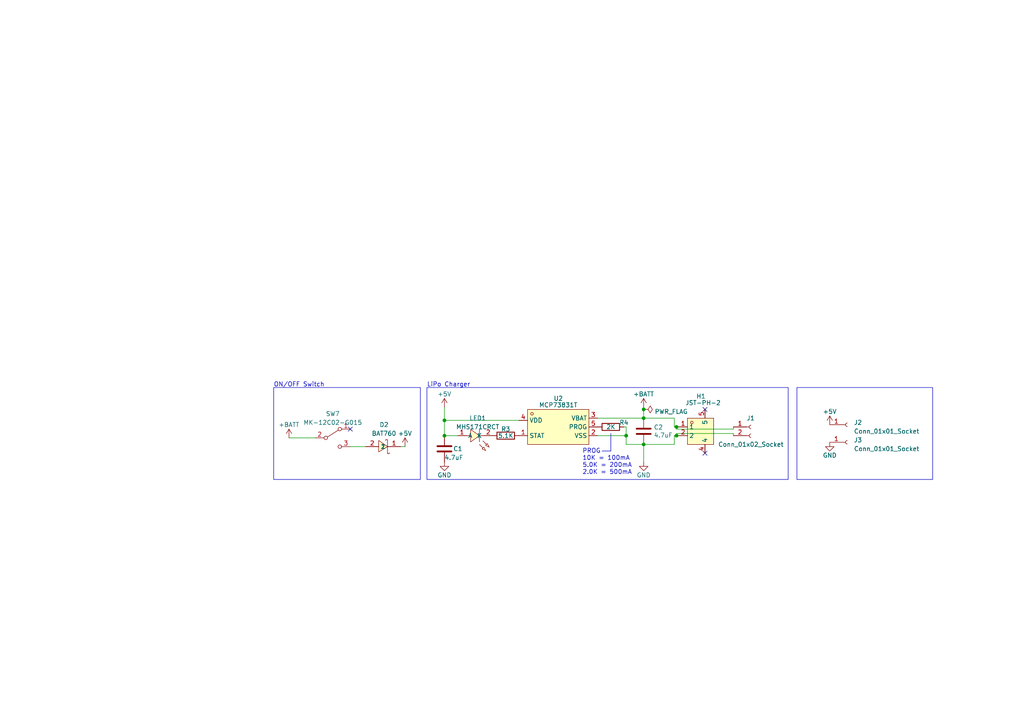
<source format=kicad_sch>
(kicad_sch (version 20250114) (generator "eeschema") (generator_version "9.0")
  (paper "A4")
  (title_block (title "BloodHound_VENOM (LiPo Edition)") (date "2025-11-20") (rev "1") (company "Rudra Sharma") (comment 1 "Designed with <3 by Rudii"))
  (lib_symbols
    (symbol "Connector:Conn_01x01_Socket" (pin_names (offset 1.016) (hide yes))
      (property "Reference" "J" (at 0 2.54 0))
      (property "Value" "Conn_01x01_Socket" (at 0 -2.54 0))
      (symbol "Conn_01x01_Socket_1_1"
        (polyline (pts (xy -1.27 0) (xy -0.508 0)) (stroke (width 0.1524)))
        (arc (start 0 -0.508) (mid -0.5058 0) (end 0 0.508) (stroke (width 0.1524)))
        (pin passive line (at -5.08 0 0) (length 3.81) (name "Pin_1") (number "1"))
      )
    )
    (symbol "Connector:Conn_01x02_Socket" (pin_names (offset 1.016) (hide yes))
      (property "Reference" "J" (at 0 2.54 0))
      (property "Value" "Conn_01x02_Socket" (at 0 -5.08 0))
      (symbol "Conn_01x02_Socket_1_1"
        (polyline (pts (xy -1.27 0) (xy -0.508 0)) (stroke (width 0.1524)))
        (polyline (pts (xy -1.27 -2.54) (xy -0.508 -2.54)) (stroke (width 0.1524)))
        (arc (start 0 -0.508) (mid -0.5058 0) (end 0 0.508) (stroke (width 0.1524)))
        (arc (start 0 -3.048) (mid -0.5058 -2.54) (end 0 -2.032) (stroke (width 0.1524)))
        (pin passive line (at -5.08 0 0) (length 3.81) (name "Pin_1") (number "1"))
        (pin passive line (at -5.08 -2.54 0) (length 3.81) (name "Pin_2") (number "2"))
      )
    )
    (symbol "Device:C" (pin_numbers (hide yes)) (pin_names (offset 0.254))
      (property "Reference" "C" (at 0.635 2.54 0))
      (property "Value" "C" (at 0.635 -2.54 0))
      (symbol "C_0_1"
        (polyline (pts (xy -2.032 0.762) (xy 2.032 0.762)) (stroke (width 0.508)))
        (polyline (pts (xy -2.032 -0.762) (xy 2.032 -0.762)) (stroke (width 0.508)))
      )
      (symbol "C_1_1"
        (pin passive line (at 0 3.81 270) (length 2.794) (name "~") (number "1"))
        (pin passive line (at 0 -3.81 90) (length 2.794) (name "~") (number "2"))
      )
    )
    (symbol "Device:R" (pin_numbers (hide yes)) (pin_names (offset 0))
      (property "Reference" "R" (at 2.032 0 90))
      (property "Value" "R" (at 0 0 90))
      (symbol "R_0_1"
        (rectangle (start -1.016 -2.54) (end 1.016 2.54) (stroke (width 0.254)))
      )
      (symbol "R_1_1"
        (pin passive line (at 0 3.81 270) (length 1.27) (name "~") (number "1"))
        (pin passive line (at 0 -3.81 90) (length 1.27) (name "~") (number "2"))
      )
    )
    (symbol "PWR_FLAG_1" (power) (pin_numbers (hide yes)) (pin_names (offset 0) (hide yes))
      (property "Value" "PWR_FLAG_1" (at 0 3.81 0))
      (symbol "PWR_FLAG_1_0_0"
        (pin power_out line (at 0 0 90) (length 0) (name "pwr") (number "1"))
      )
      (symbol "PWR_FLAG_1_0_1"
        (polyline (pts (xy 0 0) (xy 0 1.27) (xy -1.016 1.905) (xy 0 2.54) (xy 1.016 1.905) (xy 0 1.27)))
      )
    )
    (symbol "_mykicadlib:D_BAT760"
      (property "Reference" "D" (at 0 5.08 0))
      (property "Value" "BAT760" (at 0 -5.08 0))
      (symbol "D_BAT760_0_1"
        (polyline (pts (xy -1.78 1.78) (xy -1.78 2.03) (xy -1.27 2.03) (xy -1.27 -2.03) (xy -0.76 -2.03) (xy -0.76 -1.78)))
        (polyline (pts (xy 1.27 1.52) (xy -1.27 0) (xy 1.27 -1.78) (xy 1.27 1.52)) (fill (type background)))
        (pin unspecified line (at -5.08 0 0) (length 3.81) (name "1") (number "1"))
        (pin unspecified line (at 5.08 0 180) (length 3.81) (name "2") (number "2"))
      )
    )
    (symbol "_mykicadlib:JST-PH-2"
      (property "Reference" "H" (at 0 11.43 0))
      (property "Value" "JST-PH-2" (at 0 -11.43 0))
      (symbol "JST-PH-2_0_1"
        (rectangle (start -2.54 3.81) (end 5.08 -3.81) (fill (type background)))
        (circle (center -1.27 2.54) (radius 0.38))
        (pin unspecified line (at -5.08 1.27 0) (length 2.54) (name "1") (number "1"))
        (pin unspecified line (at -5.08 -1.27 0) (length 2.54) (name "2") (number "2"))
        (pin unspecified line (at 2.54 6.35 270) (length 2.54) (name "5") (number "5"))
        (pin unspecified line (at 2.54 -6.35 90) (length 2.54) (name "4") (number "4"))
      )
    )
    (symbol "_mykicadlib:LED_MHS171CRCT"
      (property "Reference" "LED" (at 0 5.08 0))
      (property "Value" "MHS171CRCT" (at 0 -5.08 0))
      (symbol "LED_MHS171CRCT_0_1"
        (polyline (pts (xy -4.06 3.3) (xy -3.05 2.79) (xy -3.56 2.29) (xy -4.06 3.3)) (fill (type background)))
        (polyline (pts (xy -3.05 4.32) (xy -2.03 3.81) (xy -2.54 3.3) (xy -3.05 4.32)) (fill (type background)))
        (polyline (pts (xy -2.29 1.52) (xy -3.3 2.54) (xy -2.29 1.52)) (fill (type background)))
        (polyline (pts (xy -1.27 2.54) (xy -2.29 3.56) (xy -1.27 2.54)) (fill (type background)))
        (polyline (pts (xy -1.27 1.78) (xy -1.27 -1.78)))
        (polyline (pts (xy -1.27 0) (xy -2.54 0)))
        (polyline (pts (xy 1.27 1.78) (xy -1.27 0) (xy 1.27 -1.78) (xy 1.27 1.78)) (fill (type background)))
        (polyline (pts (xy 2.54 0) (xy 1.27 0)))
        (pin unspecified line (at -5.08 0 0) (length 2.54) (name "K") (number "2"))
        (pin unspecified line (at 5.08 0 180) (length 2.54) (name "A") (number "1"))
      )
    )
    (symbol "_mykicadlib:MCP73831T"
      (property "Reference" "U" (at 0 7.62 0))
      (property "Value" "MCP73831T" (at 0 -7.62 0))
      (symbol "MCP73831T_0_1"
        (rectangle (start -8.89 5.08) (end 8.89 -5.08) (fill (type background)))
        (circle (center -7.62 3.81) (radius 0.38))
        (pin unspecified line (at -11.43 1.905 0) (length 2.54) (name "VDD") (number "4"))
        (pin unspecified line (at -11.43 -2.54 0) (length 2.54) (name "STAT") (number "1"))
        (pin unspecified line (at 11.43 2.54 180) (length 2.54) (name "VBAT") (number "3"))
        (pin unspecified line (at 11.43 0 180) (length 2.54) (name "PROG") (number "5"))
        (pin unspecified line (at 11.43 -2.54 180) (length 2.54) (name "VSS") (number "2"))
      )
    )
    (symbol "_mykicadlib:SW_MK-12C02-G020" (pin_names (offset 0) (hide yes))
      (property "Reference" "SW2" (at 0 7.239 0))
      (property "Value" "MK-12C02-G020" (at 0 4.9276 0))
      (symbol "SW_MK-12C02-G020_0_0"
        (circle (center -2.032 0) (radius 0.508))
        (circle (center 2.032 -2.54) (radius 0.508))
      )
      (symbol "SW_MK-12C02-G020_0_1"
        (polyline (pts (xy -1.524 0.254) (xy 1.651 2.286)))
        (circle (center 2.032 2.54) (radius 0.508))
      )
      (symbol "SW_MK-12C02-G020_1_1"
        (pin passive line (at -5.08 0 0) (length 2.54) (name "B") (number "2"))
        (pin passive line (at 5.08 2.54 180) (length 2.54) (name "A") (number "1"))
        (pin passive line (at 5.08 -2.54 180) (length 2.54) (name "C") (number "3"))
      )
    )
    (symbol "power:+5V" (power) (pin_names (offset 0))
      (property "Value" "+5V" (at 0 3.556 0))
      (symbol "+5V_0_1"
        (polyline (pts (xy -0.762 1.27) (xy 0 2.54)))
        (polyline (pts (xy 0 2.54) (xy 0.762 1.27)))
        (polyline (pts (xy 0 0) (xy 0 2.54)))
      )
      (symbol "+5V_1_1"
        (pin power_in line (at 0 0 90) (length 0) (hide yes) (name "+5V") (number "1"))
      )
    )
    (symbol "power:+BATT" (power) (pin_names (offset 0))
      (property "Value" "+BATT" (at 0 3.556 0))
      (symbol "+BATT_0_1"
        (polyline (pts (xy -0.762 1.27) (xy 0 2.54)))
        (polyline (pts (xy 0 2.54) (xy 0.762 1.27)))
        (polyline (pts (xy 0 0) (xy 0 2.54)))
      )
      (symbol "+BATT_1_1"
        (pin power_in line (at 0 0 90) (length 0) (hide yes) (name "+BATT") (number "1"))
      )
    )
    (symbol "power:GND" (power) (pin_names (offset 0))
      (property "Value" "GND" (at 0 -3.81 0))
      (symbol "GND_0_1"
        (polyline (pts (xy 0 0) (xy 0 -1.27) (xy 1.27 -1.27) (xy 0 -2.54) (xy -1.27 -1.27) (xy 0 -1.27)))
      )
      (symbol "GND_1_1"
        (pin power_in line (at 0 0 270) (length 0) (hide yes) (name "GND") (number "1"))
      )
    )
  )
  (rectangle (start 123.825 112.395) (end 228.6 139.065))
  (rectangle (start 79.375 112.395) (end 121.92 139.065))
  (rectangle (start 231.14 112.395) (end 270.51 139.065))
  (text "LiPo Charger" (at 123.825 112.395 0) (effects (font (size 1.27 1.27)) (justify left bottom)))
  (text "ON/OFF Switch" (at 79.375 112.395 0) (effects (font (size 1.27 1.27)) (justify left bottom)))
  (text "PROG\n10K = 100mA\n5.0K = 200mA\n2.0K = 500mA\n" (at 168.91 137.795 0) (effects (font (size 1.27 1.27)) (justify left bottom)))
  (junction (at 186.69 121.285))
  (junction (at 196.215 126.365))
  (junction (at 128.905 126.365))
  (junction (at 186.69 118.745))
  (junction (at 196.215 123.825))
  (junction (at 181.61 126.365))
  (junction (at 128.905 121.92))
  (junction (at 186.69 128.905))
  (no_connect (at 204.47 131.445))
  (no_connect (at 204.47 118.745))
  (no_connect (at 101.6 124.46))
  (wire (pts (xy 186.69 121.285) (xy 195.58 121.285)))
  (polyline (pts (xy 177.165 125.73) (xy 177.165 130.81)))
  (wire (pts (xy 196.215 126.365) (xy 195.58 126.365)))
  (wire (pts (xy 173.355 121.285) (xy 186.69 121.285)))
  (wire (pts (xy 181.61 123.825) (xy 181.61 126.365)))
  (wire (pts (xy 195.58 121.285) (xy 195.58 123.825)))
  (wire (pts (xy 196.215 123.825) (xy 196.215 124.46)))
  (wire (pts (xy 196.85 126.365) (xy 196.215 126.365)))
  (wire (pts (xy 128.905 121.92) (xy 128.905 126.365)))
  (wire (pts (xy 196.215 123.825) (xy 195.58 123.825)))
  (polyline (pts (xy 174.625 130.81) (xy 177.165 130.81)))
  (wire (pts (xy 181.61 128.905) (xy 181.61 126.365)))
  (wire (pts (xy 186.69 128.905) (xy 186.69 133.985)))
  (wire (pts (xy 186.69 128.905) (xy 181.61 128.905)))
  (wire (pts (xy 128.905 126.365) (xy 132.715 126.365)))
  (wire (pts (xy 128.905 121.92) (xy 150.495 121.92)))
  (wire (pts (xy 83.82 127) (xy 91.44 127)))
  (wire (pts (xy 116.205 129.54) (xy 117.475 129.54)))
  (wire (pts (xy 196.85 123.825) (xy 196.215 123.825)))
  (wire (pts (xy 186.69 118.11) (xy 186.69 118.745)))
  (wire (pts (xy 196.215 124.46) (xy 212.725 124.46)))
  (wire (pts (xy 196.215 126.365) (xy 196.215 125.73)))
  (wire (pts (xy 180.975 123.825) (xy 181.61 123.825)))
  (wire (pts (xy 212.725 125.73) (xy 212.725 126.365)))
  (wire (pts (xy 212.725 123.825) (xy 212.725 124.46)))
  (wire (pts (xy 173.355 126.365) (xy 181.61 126.365)))
  (wire (pts (xy 186.69 118.745) (xy 186.69 121.285)))
  (wire (pts (xy 195.58 126.365) (xy 195.58 128.905)))
  (wire (pts (xy 186.69 128.905) (xy 195.58 128.905)))
  (wire (pts (xy 128.905 118.11) (xy 128.905 121.92)))
  (wire (pts (xy 101.6 129.54) (xy 106.045 129.54)))
  (wire (pts (xy 196.215 125.73) (xy 212.725 125.73)))
  (symbol (lib_id "_mykicadlib:SW_MK-12C02-G020") (at 96.52 127 0) (unit 1)
    (property "Reference" "SW7" (at 96.52 120.015 0))
    (property "Value" "MK-12C02-G015" (at 96.52 122.555 0))
    (property "Footprint" "_mykicadlib:SW_MK-12C02-G020" (effects (hide yes)))
    (property "MPN" "C2911519" (effects (hide yes)))
  )
  (symbol (lib_id "Device:C") (at 128.905 130.175 0) (unit 1)
    (property "Reference" "C1" (at 131.445 130.175 0) (effects (justify left)))
    (property "Value" "4.7uF" (at 128.905 132.715 0) (effects (justify left)))
    (property "Footprint" "Capacitor_SMD:C_0603_1608Metric" (effects (hide yes)))
  )
  (symbol (lib_id "_mykicadlib:MCP73831T") (at 161.925 123.825 0) (unit 1)
    (property "Reference" "U2" (at 161.925 115.57 0))
    (property "Value" "MCP73831T" (at 161.925 117.475 0))
    (property "Footprint" "_mykicadlib:SOT-23-5_L3.0-W1.7-P0.95-LS2.8-BL" (effects (hide yes)))
    (property "Datasheet" "https://lcsc.com/product-detail/PMIC-Battery-Management_Microchip-Tech-MCP73831T-2ACI-OT_C424093.html" (effects (hide yes)))
    (property "MPN" "C424093" (effects (hide yes)))
  )
  (symbol (lib_id "power:GND") (at 240.665 128.27 0) (unit 1)
    (property "Reference" "#PWR015" (effects (hide yes)))
    (property "Value" "GND" (at 240.665 132.08 0))
  )
  (symbol (lib_id "Device:R") (at 177.165 123.825 90) (unit 1)
    (property "Reference" "R4" (at 180.975 122.555 90))
    (property "Value" "2K" (at 177.165 123.825 90))
    (property "Footprint" "Resistor_SMD:R_0402_1005Metric" (effects (hide yes)))
  )
  (symbol (lib_id "_mykicadlib:JST-PH-2") (at 201.93 125.095 0) (unit 1)
    (property "Reference" "H1" (at 201.93 114.935 0) (effects (justify left)))
    (property "Value" "JST-PH-2" (at 198.755 116.84 0) (effects (justify left)))
    (property "Footprint" "_mykicadlib:CONN-SMD_2P-P2.00_XUNPU_WAFER-PH2.0-2PWB" (effects (hide yes)))
    (property "Datasheet" "https://datasheet.lcsc.com/lcsc/2205271745_XUNPU-WAFER-PH2-0-2PWB_C3029440.pdf" (effects (hide yes)))
    (property "MPN" "C3029440" (effects (hide yes)))
  )
  (symbol (lib_id "_mykicadlib:D_BAT760") (at 111.125 129.54 180) (unit 1)
    (property "Reference" "D2" (at 111.38 123.19 0))
    (property "Value" "BAT760" (at 111.38 125.73 0))
    (property "Footprint" "_mykicadlib:SOD-323_L1.8-W1.3-LS2.5-RD" (effects (hide yes)))
    (property "Datasheet" "https://lcsc.com/product-detail/Schottky-Barrier-Diodes-SBD_BAT760_C116158.html" (effects (hide yes)))
    (property "MPN" "C116158" (effects (hide yes)))
  )
  (symbol (lib_id "power:+5V") (at 128.905 118.11 0) (unit 1)
    (property "Reference" "#PWR019" (effects (hide yes)))
    (property "Value" "+5V" (at 128.905 114.3 0))
  )
  (symbol (lib_id "Device:C") (at 186.69 125.095 0) (unit 1)
    (property "Reference" "C2" (at 189.611 123.9266 0) (effects (justify left)))
    (property "Value" "4.7uF" (at 189.611 126.238 0) (effects (justify left)))
    (property "Footprint" "Capacitor_SMD:C_0603_1608Metric" (effects (hide yes)))
  )
  (symbol (lib_id "Device:R") (at 146.685 126.365 90) (unit 1)
    (property "Reference" "R3" (at 146.685 124.46 90))
    (property "Value" "5.1K" (at 146.685 126.365 90))
    (property "Footprint" "Resistor_SMD:R_0402_1005Metric" (effects (hide yes)))
  )
  (symbol (lib_id "Connector:Conn_01x01_Socket") (at 245.745 123.19 0) (unit 1)
    (property "Reference" "J2" (at 247.65 122.555 0) (effects (justify left)))
    (property "Value" "Conn_01x01_Socket" (at 247.65 125.095 0) (effects (justify left)))
    (property "Footprint" "Connector_PinSocket_2.54mm:PinSocket_1x01_P2.54mm_Vertical" (effects (hide yes)))
  )
  (symbol (lib_id "power:GND") (at 186.69 133.985 0) (unit 1)
    (property "Reference" "#PWR025" (effects (hide yes)))
    (property "Value" "GND" (at 186.69 137.795 0))
  )
  (symbol (lib_id "power:+5V") (at 240.665 123.19 0) (unit 1)
    (property "Reference" "#PWR03" (effects (hide yes)))
    (property "Value" "+5V" (at 240.665 119.38 0))
  )
  (symbol (lib_id "power:+5V") (at 117.475 129.54 0) (unit 1)
    (property "Reference" "#PWR02" (effects (hide yes)))
    (property "Value" "+5V" (at 117.475 125.73 0))
  )
  (symbol (lib_id "_mykicadlib:LED_MHS171CRCT") (at 137.795 126.365 180) (unit 1)
    (property "Reference" "LED1" (at 138.555 121.285 0))
    (property "Value" "MHS171CRCT" (at 138.555 123.825 0))
    (property "Footprint" "_mykicadlib:LED-SMD_L2.0-W1.1_SIDE" (effects (hide yes)))
    (property "Datasheet" "https://lcsc.com/product-detail/Light-Emitting-Diodes-LED_MEIHUA-MHS171CRCT_C693903.html" (effects (hide yes)))
    (property "MPN" "C693903" (effects (hide yes)))
  )
  (symbol (lib_id "power:+BATT") (at 83.82 127 0) (unit 1)
    (property "Reference" "#PWR014" (effects (hide yes)))
    (property "Value" "+BATT" (at 83.82 123.19 0))
  )
  (symbol (lib_id "power:GND") (at 128.905 133.985 0) (unit 1)
    (property "Reference" "#PWR023" (effects (hide yes)))
    (property "Value" "GND" (at 128.905 137.795 0))
  )
  (symbol (lib_id "Connector:Conn_01x01_Socket") (at 245.745 128.27 0) (unit 1)
    (property "Reference" "J3" (at 247.65 127.635 0) (effects (justify left)))
    (property "Value" "Conn_01x01_Socket" (at 247.65 130.175 0) (effects (justify left)))
    (property "Footprint" "Connector_PinSocket_2.54mm:PinSocket_1x01_P2.54mm_Vertical" (effects (hide yes)))
  )
  (symbol (lib_id "power:+BATT") (at 186.69 118.11 0) (unit 1)
    (property "Reference" "#PWR024" (effects (hide yes)))
    (property "Value" "+BATT" (at 186.69 114.3 0))
  )
  (symbol (lib_name "PWR_FLAG_1") (lib_id "power:PWR_FLAG") (at 186.69 118.745 270) (unit 1)
    (property "Reference" "#FLG06" (effects (hide yes)))
    (property "Value" "PWR_FLAG" (at 189.865 119.38 90) (effects (justify left)))
  )
  (symbol (lib_id "Connector:Conn_01x02_Socket") (at 217.805 123.825 0) (unit 1) (in_bom no)
    (property "Reference" "J1" (at 216.535 121.285 0) (effects (justify left)))
    (property "Value" "Conn_01x02_Socket" (at 208.28 128.905 0) (effects (justify left)))
    (property "Footprint" "Connector_PinSocket_2.54mm:PinSocket_1x02_P2.54mm_Vertical" (effects (hide yes)))
  )
)
</source>
